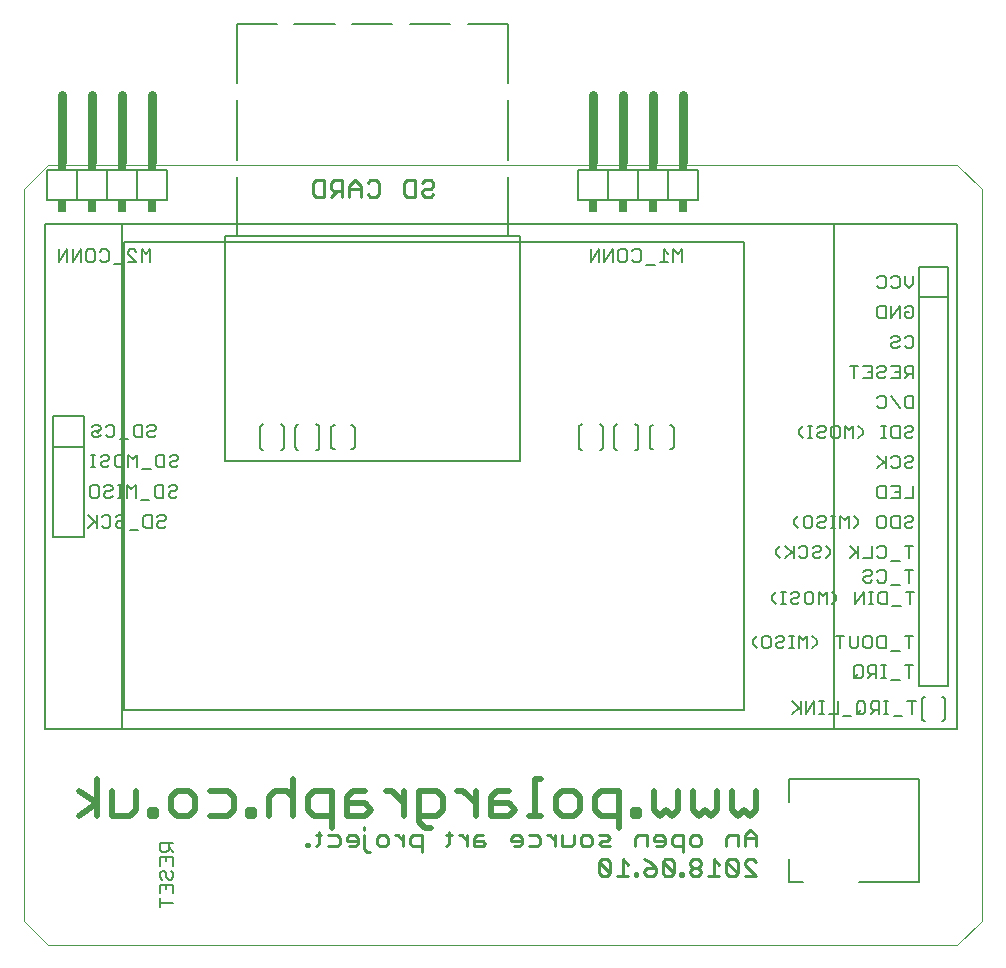
<source format=gbo>
G75*
%MOIN*%
%OFA0B0*%
%FSLAX25Y25*%
%IPPOS*%
%LPD*%
%AMOC8*
5,1,8,0,0,1.08239X$1,22.5*
%
%ADD10C,0.00000*%
%ADD11C,0.00800*%
%ADD12C,0.01000*%
%ADD13C,0.02100*%
%ADD14C,0.00600*%
%ADD15C,0.00500*%
%ADD16C,0.03000*%
%ADD17R,0.03000X0.02000*%
%ADD18R,0.03000X0.04000*%
D10*
X0001000Y0008874D02*
X0001000Y0252969D01*
X0008874Y0260843D01*
X0312024Y0260843D01*
X0320409Y0252969D01*
X0320409Y0008874D01*
X0312024Y0001000D01*
X0008874Y0001000D01*
X0001000Y0008874D01*
D11*
X0022416Y0140061D02*
X0024518Y0142163D01*
X0025218Y0141463D02*
X0022416Y0144265D01*
X0025218Y0144265D02*
X0025218Y0140061D01*
X0027020Y0140762D02*
X0027720Y0140061D01*
X0029122Y0140061D01*
X0029822Y0140762D01*
X0029822Y0143564D01*
X0029122Y0144265D01*
X0027720Y0144265D01*
X0027020Y0143564D01*
X0031624Y0143564D02*
X0032324Y0144265D01*
X0033725Y0144265D01*
X0034426Y0143564D01*
X0034426Y0142864D01*
X0033725Y0142163D01*
X0032324Y0142163D01*
X0031624Y0141463D01*
X0031624Y0140762D01*
X0032324Y0140061D01*
X0033725Y0140061D01*
X0034426Y0140762D01*
X0036228Y0139361D02*
X0039030Y0139361D01*
X0040831Y0140762D02*
X0040831Y0143564D01*
X0041532Y0144265D01*
X0043634Y0144265D01*
X0043634Y0140061D01*
X0041532Y0140061D01*
X0040831Y0140762D01*
X0045435Y0140762D02*
X0046136Y0140061D01*
X0047537Y0140061D01*
X0048238Y0140762D01*
X0047537Y0142163D02*
X0048238Y0142864D01*
X0048238Y0143564D01*
X0047537Y0144265D01*
X0046136Y0144265D01*
X0045435Y0143564D01*
X0046136Y0142163D02*
X0045435Y0141463D01*
X0045435Y0140762D01*
X0046136Y0142163D02*
X0047537Y0142163D01*
X0047413Y0150061D02*
X0045312Y0150061D01*
X0044611Y0150762D01*
X0044611Y0153564D01*
X0045312Y0154265D01*
X0047413Y0154265D01*
X0047413Y0150061D01*
X0049215Y0150762D02*
X0049916Y0150061D01*
X0051317Y0150061D01*
X0052017Y0150762D01*
X0051317Y0152163D02*
X0049916Y0152163D01*
X0049215Y0151463D01*
X0049215Y0150762D01*
X0051317Y0152163D02*
X0052017Y0152864D01*
X0052017Y0153564D01*
X0051317Y0154265D01*
X0049916Y0154265D01*
X0049215Y0153564D01*
X0050309Y0160219D02*
X0051710Y0160219D01*
X0052411Y0160919D01*
X0051710Y0162321D02*
X0050309Y0162321D01*
X0049609Y0161620D01*
X0049609Y0160919D01*
X0050309Y0160219D01*
X0047807Y0160219D02*
X0045705Y0160219D01*
X0045005Y0160919D01*
X0045005Y0163722D01*
X0045705Y0164422D01*
X0047807Y0164422D01*
X0047807Y0160219D01*
X0049609Y0163722D02*
X0050309Y0164422D01*
X0051710Y0164422D01*
X0052411Y0163722D01*
X0052411Y0163021D01*
X0051710Y0162321D01*
X0043203Y0159518D02*
X0040401Y0159518D01*
X0038599Y0160219D02*
X0038599Y0164422D01*
X0037198Y0163021D01*
X0035797Y0164422D01*
X0035797Y0160219D01*
X0033995Y0160919D02*
X0033295Y0160219D01*
X0031894Y0160219D01*
X0031193Y0160919D01*
X0031193Y0163722D01*
X0031894Y0164422D01*
X0033295Y0164422D01*
X0033995Y0163722D01*
X0033995Y0160919D01*
X0029391Y0160919D02*
X0028691Y0160219D01*
X0027290Y0160219D01*
X0026589Y0160919D01*
X0026589Y0161620D01*
X0027290Y0162321D01*
X0028691Y0162321D01*
X0029391Y0163021D01*
X0029391Y0163722D01*
X0028691Y0164422D01*
X0027290Y0164422D01*
X0026589Y0163722D01*
X0024787Y0164422D02*
X0023386Y0164422D01*
X0024087Y0164422D02*
X0024087Y0160219D01*
X0024787Y0160219D02*
X0023386Y0160219D01*
X0023827Y0154265D02*
X0023126Y0153564D01*
X0023126Y0150762D01*
X0023827Y0150061D01*
X0025228Y0150061D01*
X0025928Y0150762D01*
X0025928Y0153564D01*
X0025228Y0154265D01*
X0023827Y0154265D01*
X0027730Y0153564D02*
X0028431Y0154265D01*
X0029832Y0154265D01*
X0030532Y0153564D01*
X0030532Y0152864D01*
X0029832Y0152163D01*
X0028431Y0152163D01*
X0027730Y0151463D01*
X0027730Y0150762D01*
X0028431Y0150061D01*
X0029832Y0150061D01*
X0030532Y0150762D01*
X0032200Y0150061D02*
X0033602Y0150061D01*
X0032901Y0150061D02*
X0032901Y0154265D01*
X0033602Y0154265D02*
X0032200Y0154265D01*
X0035403Y0154265D02*
X0035403Y0150061D01*
X0038206Y0150061D02*
X0038206Y0154265D01*
X0036804Y0152864D01*
X0035403Y0154265D01*
X0040007Y0149361D02*
X0042809Y0149361D01*
X0035723Y0169518D02*
X0032920Y0169518D01*
X0031119Y0170919D02*
X0030418Y0170219D01*
X0029017Y0170219D01*
X0028317Y0170919D01*
X0026515Y0170919D02*
X0025814Y0170219D01*
X0024413Y0170219D01*
X0023713Y0170919D01*
X0023713Y0171620D01*
X0024413Y0172321D01*
X0025814Y0172321D01*
X0026515Y0173021D01*
X0026515Y0173722D01*
X0025814Y0174422D01*
X0024413Y0174422D01*
X0023713Y0173722D01*
X0028317Y0173722D02*
X0029017Y0174422D01*
X0030418Y0174422D01*
X0031119Y0173722D01*
X0031119Y0170919D01*
X0037524Y0170919D02*
X0037524Y0173722D01*
X0038225Y0174422D01*
X0040327Y0174422D01*
X0040327Y0170219D01*
X0038225Y0170219D01*
X0037524Y0170919D01*
X0042128Y0170919D02*
X0042829Y0170219D01*
X0044230Y0170219D01*
X0044931Y0170919D01*
X0044230Y0172321D02*
X0042829Y0172321D01*
X0042128Y0171620D01*
X0042128Y0170919D01*
X0044230Y0172321D02*
X0044931Y0173021D01*
X0044931Y0173722D01*
X0044230Y0174422D01*
X0042829Y0174422D01*
X0042128Y0173722D01*
X0079677Y0173541D02*
X0079677Y0167041D01*
X0079679Y0166981D01*
X0079684Y0166920D01*
X0079693Y0166861D01*
X0079706Y0166802D01*
X0079722Y0166743D01*
X0079742Y0166686D01*
X0079765Y0166631D01*
X0079792Y0166576D01*
X0079821Y0166524D01*
X0079854Y0166473D01*
X0079890Y0166424D01*
X0079928Y0166378D01*
X0079970Y0166334D01*
X0080014Y0166292D01*
X0080060Y0166254D01*
X0080109Y0166218D01*
X0080160Y0166185D01*
X0080212Y0166156D01*
X0080267Y0166129D01*
X0080322Y0166106D01*
X0080379Y0166086D01*
X0080438Y0166070D01*
X0080497Y0166057D01*
X0080556Y0166048D01*
X0080617Y0166043D01*
X0080677Y0166041D01*
X0086677Y0166041D02*
X0086737Y0166043D01*
X0086798Y0166048D01*
X0086857Y0166057D01*
X0086916Y0166070D01*
X0086975Y0166086D01*
X0087032Y0166106D01*
X0087087Y0166129D01*
X0087142Y0166156D01*
X0087194Y0166185D01*
X0087245Y0166218D01*
X0087294Y0166254D01*
X0087340Y0166292D01*
X0087384Y0166334D01*
X0087426Y0166378D01*
X0087464Y0166424D01*
X0087500Y0166473D01*
X0087533Y0166524D01*
X0087562Y0166576D01*
X0087589Y0166631D01*
X0087612Y0166686D01*
X0087632Y0166743D01*
X0087648Y0166802D01*
X0087661Y0166861D01*
X0087670Y0166920D01*
X0087675Y0166981D01*
X0087677Y0167041D01*
X0087677Y0173541D01*
X0087675Y0173601D01*
X0087670Y0173662D01*
X0087661Y0173721D01*
X0087648Y0173780D01*
X0087632Y0173839D01*
X0087612Y0173896D01*
X0087589Y0173951D01*
X0087562Y0174006D01*
X0087533Y0174058D01*
X0087500Y0174109D01*
X0087464Y0174158D01*
X0087426Y0174204D01*
X0087384Y0174248D01*
X0087340Y0174290D01*
X0087294Y0174328D01*
X0087245Y0174364D01*
X0087194Y0174397D01*
X0087142Y0174426D01*
X0087087Y0174453D01*
X0087032Y0174476D01*
X0086975Y0174496D01*
X0086916Y0174512D01*
X0086857Y0174525D01*
X0086798Y0174534D01*
X0086737Y0174539D01*
X0086677Y0174541D01*
X0080677Y0174541D02*
X0080617Y0174539D01*
X0080556Y0174534D01*
X0080497Y0174525D01*
X0080438Y0174512D01*
X0080379Y0174496D01*
X0080322Y0174476D01*
X0080267Y0174453D01*
X0080212Y0174426D01*
X0080160Y0174397D01*
X0080109Y0174364D01*
X0080060Y0174328D01*
X0080014Y0174290D01*
X0079970Y0174248D01*
X0079928Y0174204D01*
X0079890Y0174158D01*
X0079854Y0174109D01*
X0079821Y0174058D01*
X0079792Y0174006D01*
X0079765Y0173951D01*
X0079742Y0173896D01*
X0079722Y0173839D01*
X0079706Y0173780D01*
X0079693Y0173721D01*
X0079684Y0173662D01*
X0079679Y0173601D01*
X0079677Y0173541D01*
X0091488Y0173541D02*
X0091488Y0167041D01*
X0091490Y0166981D01*
X0091495Y0166920D01*
X0091504Y0166861D01*
X0091517Y0166802D01*
X0091533Y0166743D01*
X0091553Y0166686D01*
X0091576Y0166631D01*
X0091603Y0166576D01*
X0091632Y0166524D01*
X0091665Y0166473D01*
X0091701Y0166424D01*
X0091739Y0166378D01*
X0091781Y0166334D01*
X0091825Y0166292D01*
X0091871Y0166254D01*
X0091920Y0166218D01*
X0091971Y0166185D01*
X0092023Y0166156D01*
X0092078Y0166129D01*
X0092133Y0166106D01*
X0092190Y0166086D01*
X0092249Y0166070D01*
X0092308Y0166057D01*
X0092367Y0166048D01*
X0092428Y0166043D01*
X0092488Y0166041D01*
X0098488Y0166041D02*
X0098548Y0166043D01*
X0098609Y0166048D01*
X0098668Y0166057D01*
X0098727Y0166070D01*
X0098786Y0166086D01*
X0098843Y0166106D01*
X0098898Y0166129D01*
X0098953Y0166156D01*
X0099005Y0166185D01*
X0099056Y0166218D01*
X0099105Y0166254D01*
X0099151Y0166292D01*
X0099195Y0166334D01*
X0099237Y0166378D01*
X0099275Y0166424D01*
X0099311Y0166473D01*
X0099344Y0166524D01*
X0099373Y0166576D01*
X0099400Y0166631D01*
X0099423Y0166686D01*
X0099443Y0166743D01*
X0099459Y0166802D01*
X0099472Y0166861D01*
X0099481Y0166920D01*
X0099486Y0166981D01*
X0099488Y0167041D01*
X0099488Y0173541D01*
X0099486Y0173601D01*
X0099481Y0173662D01*
X0099472Y0173721D01*
X0099459Y0173780D01*
X0099443Y0173839D01*
X0099423Y0173896D01*
X0099400Y0173951D01*
X0099373Y0174006D01*
X0099344Y0174058D01*
X0099311Y0174109D01*
X0099275Y0174158D01*
X0099237Y0174204D01*
X0099195Y0174248D01*
X0099151Y0174290D01*
X0099105Y0174328D01*
X0099056Y0174364D01*
X0099005Y0174397D01*
X0098953Y0174426D01*
X0098898Y0174453D01*
X0098843Y0174476D01*
X0098786Y0174496D01*
X0098727Y0174512D01*
X0098668Y0174525D01*
X0098609Y0174534D01*
X0098548Y0174539D01*
X0098488Y0174541D01*
X0103362Y0173441D02*
X0103362Y0167142D01*
X0103361Y0167142D02*
X0103376Y0167081D01*
X0103394Y0167020D01*
X0103416Y0166961D01*
X0103441Y0166903D01*
X0103471Y0166848D01*
X0103503Y0166794D01*
X0103539Y0166742D01*
X0103578Y0166692D01*
X0103620Y0166645D01*
X0103665Y0166601D01*
X0103713Y0166560D01*
X0103763Y0166522D01*
X0103816Y0166487D01*
X0103870Y0166455D01*
X0103927Y0166427D01*
X0103985Y0166402D01*
X0104044Y0166381D01*
X0104105Y0166364D01*
X0104167Y0166351D01*
X0104229Y0166342D01*
X0104292Y0166336D01*
X0104355Y0166335D01*
X0104418Y0166338D01*
X0104481Y0166344D01*
X0104543Y0166354D01*
X0110055Y0166354D02*
X0110115Y0166344D01*
X0110175Y0166338D01*
X0110236Y0166335D01*
X0110296Y0166336D01*
X0110357Y0166340D01*
X0110417Y0166349D01*
X0110476Y0166360D01*
X0110535Y0166376D01*
X0110593Y0166395D01*
X0110649Y0166417D01*
X0110704Y0166443D01*
X0110757Y0166472D01*
X0110809Y0166504D01*
X0110858Y0166539D01*
X0110906Y0166577D01*
X0110950Y0166618D01*
X0110993Y0166661D01*
X0111032Y0166707D01*
X0111069Y0166755D01*
X0111103Y0166806D01*
X0111133Y0166858D01*
X0111161Y0166912D01*
X0111185Y0166968D01*
X0111206Y0167025D01*
X0111223Y0167083D01*
X0111237Y0167142D01*
X0111236Y0167142D02*
X0111236Y0173441D01*
X0111237Y0173441D02*
X0111223Y0173500D01*
X0111206Y0173558D01*
X0111185Y0173615D01*
X0111161Y0173671D01*
X0111133Y0173725D01*
X0111103Y0173777D01*
X0111069Y0173828D01*
X0111032Y0173876D01*
X0110993Y0173922D01*
X0110950Y0173965D01*
X0110906Y0174006D01*
X0110858Y0174044D01*
X0110809Y0174079D01*
X0110757Y0174111D01*
X0110704Y0174140D01*
X0110649Y0174166D01*
X0110593Y0174188D01*
X0110535Y0174207D01*
X0110476Y0174223D01*
X0110417Y0174234D01*
X0110357Y0174243D01*
X0110296Y0174247D01*
X0110236Y0174248D01*
X0110175Y0174245D01*
X0110115Y0174239D01*
X0110055Y0174229D01*
X0104543Y0174229D02*
X0104481Y0174239D01*
X0104418Y0174245D01*
X0104355Y0174248D01*
X0104292Y0174247D01*
X0104229Y0174241D01*
X0104167Y0174232D01*
X0104105Y0174219D01*
X0104044Y0174202D01*
X0103985Y0174181D01*
X0103927Y0174156D01*
X0103870Y0174128D01*
X0103816Y0174096D01*
X0103763Y0174061D01*
X0103713Y0174023D01*
X0103665Y0173982D01*
X0103620Y0173938D01*
X0103578Y0173891D01*
X0103539Y0173841D01*
X0103503Y0173789D01*
X0103471Y0173735D01*
X0103441Y0173680D01*
X0103416Y0173622D01*
X0103394Y0173563D01*
X0103376Y0173502D01*
X0103361Y0173441D01*
X0092488Y0174541D02*
X0092428Y0174539D01*
X0092367Y0174534D01*
X0092308Y0174525D01*
X0092249Y0174512D01*
X0092190Y0174496D01*
X0092133Y0174476D01*
X0092078Y0174453D01*
X0092023Y0174426D01*
X0091971Y0174397D01*
X0091920Y0174364D01*
X0091871Y0174328D01*
X0091825Y0174290D01*
X0091781Y0174248D01*
X0091739Y0174204D01*
X0091701Y0174158D01*
X0091665Y0174109D01*
X0091632Y0174058D01*
X0091603Y0174006D01*
X0091576Y0173951D01*
X0091553Y0173896D01*
X0091533Y0173839D01*
X0091517Y0173780D01*
X0091504Y0173721D01*
X0091495Y0173662D01*
X0091490Y0173601D01*
X0091488Y0173541D01*
X0043024Y0228624D02*
X0043024Y0232828D01*
X0041623Y0231427D01*
X0040222Y0232828D01*
X0040222Y0228624D01*
X0038420Y0228624D02*
X0035618Y0231427D01*
X0035618Y0232127D01*
X0036319Y0232828D01*
X0037720Y0232828D01*
X0038420Y0232127D01*
X0038420Y0228624D02*
X0035618Y0228624D01*
X0033817Y0227924D02*
X0031014Y0227924D01*
X0029213Y0229325D02*
X0028512Y0228624D01*
X0027111Y0228624D01*
X0026410Y0229325D01*
X0024609Y0229325D02*
X0023908Y0228624D01*
X0022507Y0228624D01*
X0021806Y0229325D01*
X0021806Y0232127D01*
X0022507Y0232828D01*
X0023908Y0232828D01*
X0024609Y0232127D01*
X0024609Y0229325D01*
X0026410Y0232127D02*
X0027111Y0232828D01*
X0028512Y0232828D01*
X0029213Y0232127D01*
X0029213Y0229325D01*
X0020005Y0228624D02*
X0020005Y0232828D01*
X0017202Y0228624D01*
X0017202Y0232828D01*
X0015401Y0232828D02*
X0012598Y0228624D01*
X0012598Y0232828D01*
X0015401Y0232828D02*
X0015401Y0228624D01*
X0185976Y0173541D02*
X0185976Y0167041D01*
X0185978Y0166981D01*
X0185983Y0166920D01*
X0185992Y0166861D01*
X0186005Y0166802D01*
X0186021Y0166743D01*
X0186041Y0166686D01*
X0186064Y0166631D01*
X0186091Y0166576D01*
X0186120Y0166524D01*
X0186153Y0166473D01*
X0186189Y0166424D01*
X0186227Y0166378D01*
X0186269Y0166334D01*
X0186313Y0166292D01*
X0186359Y0166254D01*
X0186408Y0166218D01*
X0186459Y0166185D01*
X0186511Y0166156D01*
X0186566Y0166129D01*
X0186621Y0166106D01*
X0186678Y0166086D01*
X0186737Y0166070D01*
X0186796Y0166057D01*
X0186855Y0166048D01*
X0186916Y0166043D01*
X0186976Y0166041D01*
X0192976Y0166041D02*
X0193036Y0166043D01*
X0193097Y0166048D01*
X0193156Y0166057D01*
X0193215Y0166070D01*
X0193274Y0166086D01*
X0193331Y0166106D01*
X0193386Y0166129D01*
X0193441Y0166156D01*
X0193493Y0166185D01*
X0193544Y0166218D01*
X0193593Y0166254D01*
X0193639Y0166292D01*
X0193683Y0166334D01*
X0193725Y0166378D01*
X0193763Y0166424D01*
X0193799Y0166473D01*
X0193832Y0166524D01*
X0193861Y0166576D01*
X0193888Y0166631D01*
X0193911Y0166686D01*
X0193931Y0166743D01*
X0193947Y0166802D01*
X0193960Y0166861D01*
X0193969Y0166920D01*
X0193974Y0166981D01*
X0193976Y0167041D01*
X0193976Y0173541D01*
X0193974Y0173601D01*
X0193969Y0173662D01*
X0193960Y0173721D01*
X0193947Y0173780D01*
X0193931Y0173839D01*
X0193911Y0173896D01*
X0193888Y0173951D01*
X0193861Y0174006D01*
X0193832Y0174058D01*
X0193799Y0174109D01*
X0193763Y0174158D01*
X0193725Y0174204D01*
X0193683Y0174248D01*
X0193639Y0174290D01*
X0193593Y0174328D01*
X0193544Y0174364D01*
X0193493Y0174397D01*
X0193441Y0174426D01*
X0193386Y0174453D01*
X0193331Y0174476D01*
X0193274Y0174496D01*
X0193215Y0174512D01*
X0193156Y0174525D01*
X0193097Y0174534D01*
X0193036Y0174539D01*
X0192976Y0174541D01*
X0197787Y0173541D02*
X0197787Y0167041D01*
X0197789Y0166981D01*
X0197794Y0166920D01*
X0197803Y0166861D01*
X0197816Y0166802D01*
X0197832Y0166743D01*
X0197852Y0166686D01*
X0197875Y0166631D01*
X0197902Y0166576D01*
X0197931Y0166524D01*
X0197964Y0166473D01*
X0198000Y0166424D01*
X0198038Y0166378D01*
X0198080Y0166334D01*
X0198124Y0166292D01*
X0198170Y0166254D01*
X0198219Y0166218D01*
X0198270Y0166185D01*
X0198322Y0166156D01*
X0198377Y0166129D01*
X0198432Y0166106D01*
X0198489Y0166086D01*
X0198548Y0166070D01*
X0198607Y0166057D01*
X0198666Y0166048D01*
X0198727Y0166043D01*
X0198787Y0166041D01*
X0204787Y0166041D02*
X0204847Y0166043D01*
X0204908Y0166048D01*
X0204967Y0166057D01*
X0205026Y0166070D01*
X0205085Y0166086D01*
X0205142Y0166106D01*
X0205197Y0166129D01*
X0205252Y0166156D01*
X0205304Y0166185D01*
X0205355Y0166218D01*
X0205404Y0166254D01*
X0205450Y0166292D01*
X0205494Y0166334D01*
X0205536Y0166378D01*
X0205574Y0166424D01*
X0205610Y0166473D01*
X0205643Y0166524D01*
X0205672Y0166576D01*
X0205699Y0166631D01*
X0205722Y0166686D01*
X0205742Y0166743D01*
X0205758Y0166802D01*
X0205771Y0166861D01*
X0205780Y0166920D01*
X0205785Y0166981D01*
X0205787Y0167041D01*
X0205787Y0173541D01*
X0205785Y0173601D01*
X0205780Y0173662D01*
X0205771Y0173721D01*
X0205758Y0173780D01*
X0205742Y0173839D01*
X0205722Y0173896D01*
X0205699Y0173951D01*
X0205672Y0174006D01*
X0205643Y0174058D01*
X0205610Y0174109D01*
X0205574Y0174158D01*
X0205536Y0174204D01*
X0205494Y0174248D01*
X0205450Y0174290D01*
X0205404Y0174328D01*
X0205355Y0174364D01*
X0205304Y0174397D01*
X0205252Y0174426D01*
X0205197Y0174453D01*
X0205142Y0174476D01*
X0205085Y0174496D01*
X0205026Y0174512D01*
X0204967Y0174525D01*
X0204908Y0174534D01*
X0204847Y0174539D01*
X0204787Y0174541D01*
X0209661Y0173441D02*
X0209661Y0167142D01*
X0209676Y0167081D01*
X0209694Y0167020D01*
X0209716Y0166961D01*
X0209741Y0166903D01*
X0209771Y0166848D01*
X0209803Y0166794D01*
X0209839Y0166742D01*
X0209878Y0166692D01*
X0209920Y0166645D01*
X0209965Y0166601D01*
X0210013Y0166560D01*
X0210063Y0166522D01*
X0210116Y0166487D01*
X0210170Y0166455D01*
X0210227Y0166427D01*
X0210285Y0166402D01*
X0210344Y0166381D01*
X0210405Y0166364D01*
X0210467Y0166351D01*
X0210529Y0166342D01*
X0210592Y0166336D01*
X0210655Y0166335D01*
X0210718Y0166338D01*
X0210781Y0166344D01*
X0210843Y0166354D01*
X0216354Y0166354D02*
X0216414Y0166344D01*
X0216474Y0166338D01*
X0216535Y0166335D01*
X0216595Y0166336D01*
X0216656Y0166340D01*
X0216716Y0166349D01*
X0216775Y0166360D01*
X0216834Y0166376D01*
X0216892Y0166395D01*
X0216948Y0166417D01*
X0217003Y0166443D01*
X0217056Y0166472D01*
X0217108Y0166504D01*
X0217157Y0166539D01*
X0217205Y0166577D01*
X0217249Y0166618D01*
X0217292Y0166661D01*
X0217331Y0166707D01*
X0217368Y0166755D01*
X0217402Y0166806D01*
X0217432Y0166858D01*
X0217460Y0166912D01*
X0217484Y0166968D01*
X0217505Y0167025D01*
X0217522Y0167083D01*
X0217536Y0167142D01*
X0217535Y0167142D02*
X0217535Y0173441D01*
X0217536Y0173441D02*
X0217522Y0173500D01*
X0217505Y0173558D01*
X0217484Y0173615D01*
X0217460Y0173671D01*
X0217432Y0173725D01*
X0217402Y0173777D01*
X0217368Y0173828D01*
X0217331Y0173876D01*
X0217292Y0173922D01*
X0217249Y0173965D01*
X0217205Y0174006D01*
X0217157Y0174044D01*
X0217108Y0174079D01*
X0217056Y0174111D01*
X0217003Y0174140D01*
X0216948Y0174166D01*
X0216892Y0174188D01*
X0216834Y0174207D01*
X0216775Y0174223D01*
X0216716Y0174234D01*
X0216656Y0174243D01*
X0216595Y0174247D01*
X0216535Y0174248D01*
X0216474Y0174245D01*
X0216414Y0174239D01*
X0216354Y0174229D01*
X0210843Y0174229D02*
X0210781Y0174239D01*
X0210718Y0174245D01*
X0210655Y0174248D01*
X0210592Y0174247D01*
X0210529Y0174241D01*
X0210467Y0174232D01*
X0210405Y0174219D01*
X0210344Y0174202D01*
X0210285Y0174181D01*
X0210227Y0174156D01*
X0210170Y0174128D01*
X0210116Y0174096D01*
X0210063Y0174061D01*
X0210013Y0174023D01*
X0209965Y0173982D01*
X0209920Y0173938D01*
X0209878Y0173891D01*
X0209839Y0173841D01*
X0209803Y0173789D01*
X0209771Y0173735D01*
X0209741Y0173680D01*
X0209716Y0173622D01*
X0209694Y0173563D01*
X0209676Y0173502D01*
X0209661Y0173441D01*
X0198787Y0174541D02*
X0198727Y0174539D01*
X0198666Y0174534D01*
X0198607Y0174525D01*
X0198548Y0174512D01*
X0198489Y0174496D01*
X0198432Y0174476D01*
X0198377Y0174453D01*
X0198322Y0174426D01*
X0198270Y0174397D01*
X0198219Y0174364D01*
X0198170Y0174328D01*
X0198124Y0174290D01*
X0198080Y0174248D01*
X0198038Y0174204D01*
X0198000Y0174158D01*
X0197964Y0174109D01*
X0197931Y0174058D01*
X0197902Y0174006D01*
X0197875Y0173951D01*
X0197852Y0173896D01*
X0197832Y0173839D01*
X0197816Y0173780D01*
X0197803Y0173721D01*
X0197794Y0173662D01*
X0197789Y0173601D01*
X0197787Y0173541D01*
X0186976Y0174541D02*
X0186916Y0174539D01*
X0186855Y0174534D01*
X0186796Y0174525D01*
X0186737Y0174512D01*
X0186678Y0174496D01*
X0186621Y0174476D01*
X0186566Y0174453D01*
X0186511Y0174426D01*
X0186459Y0174397D01*
X0186408Y0174364D01*
X0186359Y0174328D01*
X0186313Y0174290D01*
X0186269Y0174248D01*
X0186227Y0174204D01*
X0186189Y0174158D01*
X0186153Y0174109D01*
X0186120Y0174058D01*
X0186091Y0174006D01*
X0186064Y0173951D01*
X0186041Y0173896D01*
X0186021Y0173839D01*
X0186005Y0173780D01*
X0185992Y0173721D01*
X0185983Y0173662D01*
X0185978Y0173601D01*
X0185976Y0173541D01*
X0250404Y0117352D02*
X0251805Y0118753D01*
X0253473Y0118753D02*
X0254874Y0118753D01*
X0254174Y0118753D02*
X0254174Y0114550D01*
X0254874Y0114550D02*
X0253473Y0114550D01*
X0251805Y0114550D02*
X0250404Y0115951D01*
X0250404Y0117352D01*
X0256676Y0118053D02*
X0257376Y0118753D01*
X0258777Y0118753D01*
X0259478Y0118053D01*
X0259478Y0117352D01*
X0258777Y0116651D01*
X0257376Y0116651D01*
X0256676Y0115951D01*
X0256676Y0115250D01*
X0257376Y0114550D01*
X0258777Y0114550D01*
X0259478Y0115250D01*
X0261280Y0115250D02*
X0261280Y0118053D01*
X0261980Y0118753D01*
X0263381Y0118753D01*
X0264082Y0118053D01*
X0264082Y0115250D01*
X0263381Y0114550D01*
X0261980Y0114550D01*
X0261280Y0115250D01*
X0265884Y0114550D02*
X0265884Y0118753D01*
X0267285Y0117352D01*
X0268686Y0118753D01*
X0268686Y0114550D01*
X0270354Y0114550D02*
X0271755Y0115951D01*
X0271755Y0117352D01*
X0270354Y0118753D01*
X0278161Y0118753D02*
X0278161Y0114550D01*
X0280963Y0118753D01*
X0280963Y0114550D01*
X0282631Y0114550D02*
X0284032Y0114550D01*
X0283332Y0114550D02*
X0283332Y0118753D01*
X0284032Y0118753D02*
X0282631Y0118753D01*
X0282938Y0121794D02*
X0281537Y0121794D01*
X0280836Y0122494D01*
X0280836Y0123195D01*
X0281537Y0123895D01*
X0282938Y0123895D01*
X0283639Y0124596D01*
X0283639Y0125297D01*
X0282938Y0125997D01*
X0281537Y0125997D01*
X0280836Y0125297D01*
X0283639Y0122494D02*
X0282938Y0121794D01*
X0285440Y0122494D02*
X0286141Y0121794D01*
X0287542Y0121794D01*
X0288243Y0122494D01*
X0288243Y0125297D01*
X0287542Y0125997D01*
X0286141Y0125997D01*
X0285440Y0125297D01*
X0286141Y0129825D02*
X0285440Y0130526D01*
X0286141Y0129825D02*
X0287542Y0129825D01*
X0288243Y0130526D01*
X0288243Y0133328D01*
X0287542Y0134029D01*
X0286141Y0134029D01*
X0285440Y0133328D01*
X0283639Y0134029D02*
X0283639Y0129825D01*
X0280836Y0129825D01*
X0279035Y0129825D02*
X0279035Y0134029D01*
X0278334Y0131927D02*
X0276232Y0129825D01*
X0279035Y0131226D02*
X0276232Y0134029D01*
X0275965Y0139825D02*
X0275965Y0144029D01*
X0274564Y0142628D01*
X0273163Y0144029D01*
X0273163Y0139825D01*
X0271361Y0139825D02*
X0269960Y0139825D01*
X0270661Y0139825D02*
X0270661Y0144029D01*
X0271361Y0144029D02*
X0269960Y0144029D01*
X0268292Y0143328D02*
X0268292Y0142628D01*
X0267592Y0141927D01*
X0266190Y0141927D01*
X0265490Y0141226D01*
X0265490Y0140526D01*
X0266190Y0139825D01*
X0267592Y0139825D01*
X0268292Y0140526D01*
X0268292Y0143328D02*
X0267592Y0144029D01*
X0266190Y0144029D01*
X0265490Y0143328D01*
X0263688Y0143328D02*
X0263688Y0140526D01*
X0262988Y0139825D01*
X0261586Y0139825D01*
X0260886Y0140526D01*
X0260886Y0143328D01*
X0261586Y0144029D01*
X0262988Y0144029D01*
X0263688Y0143328D01*
X0259084Y0144029D02*
X0257683Y0142628D01*
X0257683Y0141226D01*
X0259084Y0139825D01*
X0260052Y0134029D02*
X0261453Y0134029D01*
X0262154Y0133328D01*
X0262154Y0130526D01*
X0261453Y0129825D01*
X0260052Y0129825D01*
X0259351Y0130526D01*
X0257550Y0131226D02*
X0254747Y0134029D01*
X0252946Y0134029D02*
X0251545Y0132628D01*
X0251545Y0131226D01*
X0252946Y0129825D01*
X0254747Y0129825D02*
X0256849Y0131927D01*
X0257550Y0134029D02*
X0257550Y0129825D01*
X0259351Y0133328D02*
X0260052Y0134029D01*
X0263955Y0133328D02*
X0264656Y0134029D01*
X0266057Y0134029D01*
X0266758Y0133328D01*
X0266758Y0132628D01*
X0266057Y0131927D01*
X0264656Y0131927D01*
X0263955Y0131226D01*
X0263955Y0130526D01*
X0264656Y0129825D01*
X0266057Y0129825D01*
X0266758Y0130526D01*
X0268426Y0129825D02*
X0269827Y0131226D01*
X0269827Y0132628D01*
X0268426Y0134029D01*
X0277634Y0139825D02*
X0279035Y0141226D01*
X0279035Y0142628D01*
X0277634Y0144029D01*
X0285440Y0143328D02*
X0285440Y0140526D01*
X0286141Y0139825D01*
X0287542Y0139825D01*
X0288243Y0140526D01*
X0288243Y0143328D01*
X0287542Y0144029D01*
X0286141Y0144029D01*
X0285440Y0143328D01*
X0290044Y0143328D02*
X0290044Y0140526D01*
X0290745Y0139825D01*
X0292846Y0139825D01*
X0292846Y0144029D01*
X0290745Y0144029D01*
X0290044Y0143328D01*
X0294648Y0143328D02*
X0295349Y0144029D01*
X0296750Y0144029D01*
X0297450Y0143328D01*
X0297450Y0142628D01*
X0296750Y0141927D01*
X0295349Y0141927D01*
X0294648Y0141226D01*
X0294648Y0140526D01*
X0295349Y0139825D01*
X0296750Y0139825D01*
X0297450Y0140526D01*
X0297450Y0134029D02*
X0294648Y0134029D01*
X0296049Y0134029D02*
X0296049Y0129825D01*
X0292846Y0129125D02*
X0290044Y0129125D01*
X0294648Y0125997D02*
X0297450Y0125997D01*
X0296049Y0125997D02*
X0296049Y0121794D01*
X0296443Y0118753D02*
X0296443Y0114550D01*
X0293240Y0113849D02*
X0290438Y0113849D01*
X0288636Y0114550D02*
X0286534Y0114550D01*
X0285834Y0115250D01*
X0285834Y0118053D01*
X0286534Y0118753D01*
X0288636Y0118753D01*
X0288636Y0114550D01*
X0290044Y0121093D02*
X0292846Y0121093D01*
X0295042Y0118753D02*
X0297844Y0118753D01*
X0297450Y0104029D02*
X0294648Y0104029D01*
X0296049Y0104029D02*
X0296049Y0099825D01*
X0292846Y0099125D02*
X0290044Y0099125D01*
X0288243Y0099825D02*
X0288243Y0104029D01*
X0286141Y0104029D01*
X0285440Y0103328D01*
X0285440Y0100526D01*
X0286141Y0099825D01*
X0288243Y0099825D01*
X0283639Y0100526D02*
X0283639Y0103328D01*
X0282938Y0104029D01*
X0281537Y0104029D01*
X0280836Y0103328D01*
X0280836Y0100526D01*
X0281537Y0099825D01*
X0282938Y0099825D01*
X0283639Y0100526D01*
X0279035Y0100526D02*
X0278334Y0099825D01*
X0276933Y0099825D01*
X0276232Y0100526D01*
X0276232Y0104029D01*
X0274431Y0104029D02*
X0271628Y0104029D01*
X0273030Y0104029D02*
X0273030Y0099825D01*
X0279035Y0100526D02*
X0279035Y0104029D01*
X0278468Y0094186D02*
X0277767Y0093486D01*
X0277767Y0090683D01*
X0278468Y0089983D01*
X0279869Y0089983D01*
X0280569Y0090683D01*
X0280569Y0093486D01*
X0279869Y0094186D01*
X0278468Y0094186D01*
X0279168Y0091384D02*
X0277767Y0089983D01*
X0282371Y0089983D02*
X0283772Y0091384D01*
X0283071Y0091384D02*
X0285173Y0091384D01*
X0285173Y0089983D02*
X0285173Y0094186D01*
X0283071Y0094186D01*
X0282371Y0093486D01*
X0282371Y0092084D01*
X0283071Y0091384D01*
X0286841Y0089983D02*
X0288243Y0089983D01*
X0287542Y0089983D02*
X0287542Y0094186D01*
X0288243Y0094186D02*
X0286841Y0094186D01*
X0290044Y0089282D02*
X0292846Y0089282D01*
X0296049Y0089983D02*
X0296049Y0094186D01*
X0297450Y0094186D02*
X0294648Y0094186D01*
X0295467Y0082174D02*
X0298269Y0082174D01*
X0296868Y0082174D02*
X0296868Y0077971D01*
X0293665Y0077270D02*
X0290863Y0077270D01*
X0289061Y0077971D02*
X0287660Y0077971D01*
X0288361Y0077971D02*
X0288361Y0082174D01*
X0289061Y0082174D02*
X0287660Y0082174D01*
X0285992Y0082174D02*
X0285992Y0077971D01*
X0285992Y0079372D02*
X0283890Y0079372D01*
X0283190Y0080073D01*
X0283190Y0081474D01*
X0283890Y0082174D01*
X0285992Y0082174D01*
X0284591Y0079372D02*
X0283190Y0077971D01*
X0281388Y0078671D02*
X0281388Y0081474D01*
X0280688Y0082174D01*
X0279286Y0082174D01*
X0278586Y0081474D01*
X0278586Y0078671D01*
X0279286Y0077971D01*
X0280688Y0077971D01*
X0281388Y0078671D01*
X0279987Y0079372D02*
X0278586Y0077971D01*
X0276784Y0077270D02*
X0273982Y0077270D01*
X0272180Y0077971D02*
X0269378Y0077971D01*
X0267576Y0077971D02*
X0266175Y0077971D01*
X0266876Y0077971D02*
X0266876Y0082174D01*
X0267576Y0082174D02*
X0266175Y0082174D01*
X0264507Y0082174D02*
X0261705Y0077971D01*
X0261705Y0082174D01*
X0259903Y0082174D02*
X0259903Y0077971D01*
X0259903Y0079372D02*
X0257101Y0082174D01*
X0259203Y0080073D02*
X0257101Y0077971D01*
X0264507Y0077971D02*
X0264507Y0082174D01*
X0272180Y0082174D02*
X0272180Y0077971D01*
X0263822Y0099825D02*
X0265223Y0101226D01*
X0265223Y0102628D01*
X0263822Y0104029D01*
X0262154Y0104029D02*
X0262154Y0099825D01*
X0259351Y0099825D02*
X0259351Y0104029D01*
X0260752Y0102628D01*
X0262154Y0104029D01*
X0257550Y0104029D02*
X0256149Y0104029D01*
X0256849Y0104029D02*
X0256849Y0099825D01*
X0256149Y0099825D02*
X0257550Y0099825D01*
X0254480Y0100526D02*
X0253780Y0099825D01*
X0252379Y0099825D01*
X0251678Y0100526D01*
X0251678Y0101226D01*
X0252379Y0101927D01*
X0253780Y0101927D01*
X0254480Y0102628D01*
X0254480Y0103328D01*
X0253780Y0104029D01*
X0252379Y0104029D01*
X0251678Y0103328D01*
X0249877Y0103328D02*
X0249877Y0100526D01*
X0249176Y0099825D01*
X0247775Y0099825D01*
X0247074Y0100526D01*
X0247074Y0103328D01*
X0247775Y0104029D01*
X0249176Y0104029D01*
X0249877Y0103328D01*
X0245273Y0104029D02*
X0243871Y0102628D01*
X0243871Y0101226D01*
X0245273Y0099825D01*
X0255887Y0056306D02*
X0255887Y0048638D01*
X0255887Y0056306D02*
X0299213Y0056306D01*
X0299213Y0022072D01*
X0279346Y0022072D01*
X0260843Y0022072D02*
X0255887Y0022072D01*
X0255887Y0029740D01*
X0300213Y0076591D02*
X0300213Y0082890D01*
X0300212Y0082890D02*
X0300227Y0082951D01*
X0300245Y0083012D01*
X0300267Y0083071D01*
X0300292Y0083129D01*
X0300322Y0083184D01*
X0300354Y0083238D01*
X0300390Y0083290D01*
X0300429Y0083340D01*
X0300471Y0083387D01*
X0300516Y0083431D01*
X0300564Y0083472D01*
X0300614Y0083510D01*
X0300667Y0083545D01*
X0300721Y0083577D01*
X0300778Y0083605D01*
X0300836Y0083630D01*
X0300895Y0083651D01*
X0300956Y0083668D01*
X0301018Y0083681D01*
X0301080Y0083690D01*
X0301143Y0083696D01*
X0301206Y0083697D01*
X0301269Y0083694D01*
X0301332Y0083688D01*
X0301394Y0083678D01*
X0306905Y0083678D02*
X0306965Y0083688D01*
X0307025Y0083694D01*
X0307086Y0083697D01*
X0307146Y0083696D01*
X0307207Y0083692D01*
X0307267Y0083683D01*
X0307326Y0083672D01*
X0307385Y0083656D01*
X0307443Y0083637D01*
X0307499Y0083615D01*
X0307554Y0083589D01*
X0307607Y0083560D01*
X0307659Y0083528D01*
X0307708Y0083493D01*
X0307756Y0083455D01*
X0307800Y0083414D01*
X0307843Y0083371D01*
X0307882Y0083325D01*
X0307919Y0083277D01*
X0307953Y0083226D01*
X0307983Y0083174D01*
X0308011Y0083120D01*
X0308035Y0083064D01*
X0308056Y0083007D01*
X0308073Y0082949D01*
X0308087Y0082890D01*
X0308087Y0076591D01*
X0308087Y0076590D02*
X0308073Y0076531D01*
X0308056Y0076473D01*
X0308035Y0076416D01*
X0308011Y0076360D01*
X0307983Y0076306D01*
X0307953Y0076254D01*
X0307919Y0076203D01*
X0307882Y0076155D01*
X0307843Y0076109D01*
X0307800Y0076066D01*
X0307756Y0076025D01*
X0307708Y0075987D01*
X0307659Y0075952D01*
X0307607Y0075920D01*
X0307554Y0075891D01*
X0307499Y0075865D01*
X0307443Y0075843D01*
X0307385Y0075824D01*
X0307326Y0075808D01*
X0307267Y0075797D01*
X0307207Y0075788D01*
X0307146Y0075784D01*
X0307086Y0075783D01*
X0307025Y0075786D01*
X0306965Y0075792D01*
X0306905Y0075802D01*
X0301394Y0075802D02*
X0301332Y0075792D01*
X0301269Y0075786D01*
X0301206Y0075783D01*
X0301143Y0075784D01*
X0301080Y0075790D01*
X0301018Y0075799D01*
X0300956Y0075812D01*
X0300895Y0075829D01*
X0300836Y0075850D01*
X0300778Y0075875D01*
X0300721Y0075903D01*
X0300667Y0075935D01*
X0300614Y0075970D01*
X0300564Y0076008D01*
X0300516Y0076049D01*
X0300471Y0076093D01*
X0300429Y0076140D01*
X0300390Y0076190D01*
X0300354Y0076242D01*
X0300322Y0076296D01*
X0300292Y0076351D01*
X0300267Y0076409D01*
X0300245Y0076468D01*
X0300227Y0076529D01*
X0300212Y0076590D01*
X0297450Y0149825D02*
X0294648Y0149825D01*
X0292846Y0149825D02*
X0290044Y0149825D01*
X0288243Y0149825D02*
X0288243Y0154029D01*
X0286141Y0154029D01*
X0285440Y0153328D01*
X0285440Y0150526D01*
X0286141Y0149825D01*
X0288243Y0149825D01*
X0291445Y0151927D02*
X0292846Y0151927D01*
X0292846Y0154029D02*
X0292846Y0149825D01*
X0292846Y0154029D02*
X0290044Y0154029D01*
X0290745Y0159825D02*
X0290044Y0160526D01*
X0290745Y0159825D02*
X0292146Y0159825D01*
X0292846Y0160526D01*
X0292846Y0163328D01*
X0292146Y0164029D01*
X0290745Y0164029D01*
X0290044Y0163328D01*
X0288243Y0164029D02*
X0288243Y0159825D01*
X0288243Y0161226D02*
X0285440Y0164029D01*
X0287542Y0161927D02*
X0285440Y0159825D01*
X0294648Y0160526D02*
X0295349Y0159825D01*
X0296750Y0159825D01*
X0297450Y0160526D01*
X0296750Y0161927D02*
X0295349Y0161927D01*
X0294648Y0161226D01*
X0294648Y0160526D01*
X0296750Y0161927D02*
X0297450Y0162628D01*
X0297450Y0163328D01*
X0296750Y0164029D01*
X0295349Y0164029D01*
X0294648Y0163328D01*
X0295349Y0169825D02*
X0296750Y0169825D01*
X0297450Y0170526D01*
X0296750Y0171927D02*
X0295349Y0171927D01*
X0294648Y0171226D01*
X0294648Y0170526D01*
X0295349Y0169825D01*
X0292846Y0169825D02*
X0290745Y0169825D01*
X0290044Y0170526D01*
X0290044Y0173328D01*
X0290745Y0174029D01*
X0292846Y0174029D01*
X0292846Y0169825D01*
X0296750Y0171927D02*
X0297450Y0172628D01*
X0297450Y0173328D01*
X0296750Y0174029D01*
X0295349Y0174029D01*
X0294648Y0173328D01*
X0288243Y0174029D02*
X0286841Y0174029D01*
X0287542Y0174029D02*
X0287542Y0169825D01*
X0288243Y0169825D02*
X0286841Y0169825D01*
X0280569Y0171226D02*
X0280569Y0172628D01*
X0279168Y0174029D01*
X0277500Y0174029D02*
X0276099Y0172628D01*
X0274698Y0174029D01*
X0274698Y0169825D01*
X0272896Y0170526D02*
X0272196Y0169825D01*
X0270794Y0169825D01*
X0270094Y0170526D01*
X0270094Y0173328D01*
X0270794Y0174029D01*
X0272196Y0174029D01*
X0272896Y0173328D01*
X0272896Y0170526D01*
X0268292Y0170526D02*
X0267592Y0169825D01*
X0266190Y0169825D01*
X0265490Y0170526D01*
X0265490Y0171226D01*
X0266190Y0171927D01*
X0267592Y0171927D01*
X0268292Y0172628D01*
X0268292Y0173328D01*
X0267592Y0174029D01*
X0266190Y0174029D01*
X0265490Y0173328D01*
X0263688Y0174029D02*
X0262287Y0174029D01*
X0262988Y0174029D02*
X0262988Y0169825D01*
X0263688Y0169825D02*
X0262287Y0169825D01*
X0260619Y0169825D02*
X0259218Y0171226D01*
X0259218Y0172628D01*
X0260619Y0174029D01*
X0277500Y0174029D02*
X0277500Y0169825D01*
X0279168Y0169825D02*
X0280569Y0171226D01*
X0286141Y0179825D02*
X0285440Y0180526D01*
X0286141Y0179825D02*
X0287542Y0179825D01*
X0288243Y0180526D01*
X0288243Y0183328D01*
X0287542Y0184029D01*
X0286141Y0184029D01*
X0285440Y0183328D01*
X0290044Y0184029D02*
X0292846Y0179825D01*
X0294648Y0180526D02*
X0294648Y0183328D01*
X0295349Y0184029D01*
X0297450Y0184029D01*
X0297450Y0179825D01*
X0295349Y0179825D01*
X0294648Y0180526D01*
X0294648Y0189825D02*
X0296049Y0191226D01*
X0295349Y0191226D02*
X0297450Y0191226D01*
X0297450Y0189825D02*
X0297450Y0194029D01*
X0295349Y0194029D01*
X0294648Y0193328D01*
X0294648Y0191927D01*
X0295349Y0191226D01*
X0292846Y0191927D02*
X0291445Y0191927D01*
X0290044Y0194029D02*
X0292846Y0194029D01*
X0292846Y0189825D01*
X0290044Y0189825D01*
X0288243Y0190526D02*
X0287542Y0189825D01*
X0286141Y0189825D01*
X0285440Y0190526D01*
X0285440Y0191226D01*
X0286141Y0191927D01*
X0287542Y0191927D01*
X0288243Y0192628D01*
X0288243Y0193328D01*
X0287542Y0194029D01*
X0286141Y0194029D01*
X0285440Y0193328D01*
X0283639Y0194029D02*
X0283639Y0189825D01*
X0280836Y0189825D01*
X0282237Y0191927D02*
X0283639Y0191927D01*
X0283639Y0194029D02*
X0280836Y0194029D01*
X0279035Y0194029D02*
X0276232Y0194029D01*
X0277634Y0194029D02*
X0277634Y0189825D01*
X0290044Y0200526D02*
X0290044Y0201226D01*
X0290745Y0201927D01*
X0292146Y0201927D01*
X0292846Y0202628D01*
X0292846Y0203328D01*
X0292146Y0204029D01*
X0290745Y0204029D01*
X0290044Y0203328D01*
X0290044Y0200526D02*
X0290745Y0199825D01*
X0292146Y0199825D01*
X0292846Y0200526D01*
X0294648Y0200526D02*
X0295349Y0199825D01*
X0296750Y0199825D01*
X0297450Y0200526D01*
X0297450Y0203328D01*
X0296750Y0204029D01*
X0295349Y0204029D01*
X0294648Y0203328D01*
X0295349Y0209825D02*
X0294648Y0210526D01*
X0294648Y0211927D01*
X0296049Y0211927D01*
X0294648Y0213328D02*
X0295349Y0214029D01*
X0296750Y0214029D01*
X0297450Y0213328D01*
X0297450Y0210526D01*
X0296750Y0209825D01*
X0295349Y0209825D01*
X0292846Y0209825D02*
X0292846Y0214029D01*
X0290044Y0209825D01*
X0290044Y0214029D01*
X0288243Y0214029D02*
X0286141Y0214029D01*
X0285440Y0213328D01*
X0285440Y0210526D01*
X0286141Y0209825D01*
X0288243Y0209825D01*
X0288243Y0214029D01*
X0287542Y0219825D02*
X0286141Y0219825D01*
X0285440Y0220526D01*
X0287542Y0219825D02*
X0288243Y0220526D01*
X0288243Y0223328D01*
X0287542Y0224029D01*
X0286141Y0224029D01*
X0285440Y0223328D01*
X0290044Y0223328D02*
X0290745Y0224029D01*
X0292146Y0224029D01*
X0292846Y0223328D01*
X0292846Y0220526D01*
X0292146Y0219825D01*
X0290745Y0219825D01*
X0290044Y0220526D01*
X0294648Y0221226D02*
X0294648Y0224029D01*
X0297450Y0224029D02*
X0297450Y0221226D01*
X0296049Y0219825D01*
X0294648Y0221226D01*
X0297450Y0154029D02*
X0297450Y0149825D01*
D12*
X0243120Y0039446D02*
X0241252Y0037577D01*
X0241252Y0033841D01*
X0238911Y0033841D02*
X0238911Y0037577D01*
X0236109Y0037577D01*
X0235174Y0036643D01*
X0235174Y0033841D01*
X0236109Y0029546D02*
X0235174Y0028612D01*
X0238911Y0024875D01*
X0237977Y0023941D01*
X0236109Y0023941D01*
X0235174Y0024875D01*
X0235174Y0028612D01*
X0236109Y0029546D02*
X0237977Y0029546D01*
X0238911Y0028612D01*
X0238911Y0024875D01*
X0241252Y0023941D02*
X0244988Y0023941D01*
X0241252Y0027677D01*
X0241252Y0028612D01*
X0242186Y0029546D01*
X0244054Y0029546D01*
X0244988Y0028612D01*
X0244988Y0033841D02*
X0244988Y0037577D01*
X0243120Y0039446D01*
X0244988Y0036643D02*
X0241252Y0036643D01*
X0232834Y0027677D02*
X0230966Y0029546D01*
X0230966Y0023941D01*
X0232834Y0023941D02*
X0229097Y0023941D01*
X0226757Y0024875D02*
X0226757Y0025809D01*
X0225822Y0026743D01*
X0223954Y0026743D01*
X0223020Y0025809D01*
X0223020Y0024875D01*
X0223954Y0023941D01*
X0225822Y0023941D01*
X0226757Y0024875D01*
X0225822Y0026743D02*
X0226757Y0027677D01*
X0226757Y0028612D01*
X0225822Y0029546D01*
X0223954Y0029546D01*
X0223020Y0028612D01*
X0223020Y0027677D01*
X0223954Y0026743D01*
X0220679Y0024875D02*
X0220679Y0023941D01*
X0219745Y0023941D01*
X0219745Y0024875D01*
X0220679Y0024875D01*
X0217641Y0024875D02*
X0216707Y0023941D01*
X0214838Y0023941D01*
X0213904Y0024875D01*
X0213904Y0028612D01*
X0217641Y0024875D01*
X0217641Y0028612D01*
X0216707Y0029546D01*
X0214838Y0029546D01*
X0213904Y0028612D01*
X0211564Y0026743D02*
X0208761Y0026743D01*
X0207827Y0025809D01*
X0207827Y0024875D01*
X0208761Y0023941D01*
X0210630Y0023941D01*
X0211564Y0024875D01*
X0211564Y0026743D01*
X0209695Y0028612D01*
X0207827Y0029546D01*
X0208525Y0033841D02*
X0208525Y0037577D01*
X0205723Y0037577D01*
X0204789Y0036643D01*
X0204789Y0033841D01*
X0200580Y0029546D02*
X0200580Y0023941D01*
X0202448Y0023941D02*
X0198711Y0023941D01*
X0196371Y0024875D02*
X0192634Y0028612D01*
X0192634Y0024875D01*
X0193568Y0023941D01*
X0195437Y0023941D01*
X0196371Y0024875D01*
X0196371Y0028612D01*
X0195437Y0029546D01*
X0193568Y0029546D01*
X0192634Y0028612D01*
X0193568Y0033841D02*
X0192634Y0034775D01*
X0193568Y0035709D01*
X0195437Y0035709D01*
X0196371Y0036643D01*
X0195437Y0037577D01*
X0192634Y0037577D01*
X0190293Y0036643D02*
X0190293Y0034775D01*
X0189359Y0033841D01*
X0187491Y0033841D01*
X0186557Y0034775D01*
X0186557Y0036643D01*
X0187491Y0037577D01*
X0189359Y0037577D01*
X0190293Y0036643D01*
X0193568Y0033841D02*
X0196371Y0033841D01*
X0200580Y0029546D02*
X0202448Y0027677D01*
X0204552Y0024875D02*
X0204552Y0023941D01*
X0205486Y0023941D01*
X0205486Y0024875D01*
X0204552Y0024875D01*
X0211800Y0033841D02*
X0213668Y0033841D01*
X0214602Y0034775D01*
X0214602Y0036643D01*
X0213668Y0037577D01*
X0211800Y0037577D01*
X0210866Y0036643D01*
X0210866Y0035709D01*
X0214602Y0035709D01*
X0216943Y0034775D02*
X0217877Y0033841D01*
X0220679Y0033841D01*
X0220679Y0031973D02*
X0220679Y0037577D01*
X0217877Y0037577D01*
X0216943Y0036643D01*
X0216943Y0034775D01*
X0223020Y0034775D02*
X0223954Y0033841D01*
X0225822Y0033841D01*
X0226757Y0034775D01*
X0226757Y0036643D01*
X0225822Y0037577D01*
X0223954Y0037577D01*
X0223020Y0036643D01*
X0223020Y0034775D01*
X0184216Y0034775D02*
X0183282Y0033841D01*
X0180480Y0033841D01*
X0180480Y0037577D01*
X0178139Y0037577D02*
X0178139Y0033841D01*
X0178139Y0035709D02*
X0176271Y0037577D01*
X0175337Y0037577D01*
X0173075Y0036643D02*
X0173075Y0034775D01*
X0172141Y0033841D01*
X0169338Y0033841D01*
X0166998Y0034775D02*
X0166998Y0036643D01*
X0166063Y0037577D01*
X0164195Y0037577D01*
X0163261Y0036643D01*
X0163261Y0035709D01*
X0166998Y0035709D01*
X0166998Y0034775D02*
X0166063Y0033841D01*
X0164195Y0033841D01*
X0169338Y0037577D02*
X0172141Y0037577D01*
X0173075Y0036643D01*
X0184216Y0037577D02*
X0184216Y0034775D01*
X0154843Y0034775D02*
X0153909Y0035709D01*
X0151107Y0035709D01*
X0151107Y0036643D02*
X0151107Y0033841D01*
X0153909Y0033841D01*
X0154843Y0034775D01*
X0153909Y0037577D02*
X0152041Y0037577D01*
X0151107Y0036643D01*
X0148766Y0035709D02*
X0146898Y0037577D01*
X0145964Y0037577D01*
X0143702Y0037577D02*
X0141833Y0037577D01*
X0142768Y0038512D02*
X0142768Y0034775D01*
X0141833Y0033841D01*
X0148766Y0033841D02*
X0148766Y0037577D01*
X0133573Y0037577D02*
X0133573Y0031973D01*
X0133573Y0033841D02*
X0130771Y0033841D01*
X0129837Y0034775D01*
X0129837Y0036643D01*
X0130771Y0037577D01*
X0133573Y0037577D01*
X0127496Y0037577D02*
X0127496Y0033841D01*
X0127496Y0035709D02*
X0125628Y0037577D01*
X0124693Y0037577D01*
X0122432Y0036643D02*
X0122432Y0034775D01*
X0121497Y0033841D01*
X0119629Y0033841D01*
X0118695Y0034775D01*
X0118695Y0036643D01*
X0119629Y0037577D01*
X0121497Y0037577D01*
X0122432Y0036643D01*
X0116354Y0031973D02*
X0115420Y0031973D01*
X0114486Y0032907D01*
X0114486Y0037577D01*
X0114486Y0039446D02*
X0114486Y0040380D01*
X0111369Y0037577D02*
X0109501Y0037577D01*
X0108566Y0036643D01*
X0108566Y0035709D01*
X0112303Y0035709D01*
X0112303Y0034775D02*
X0112303Y0036643D01*
X0111369Y0037577D01*
X0112303Y0034775D02*
X0111369Y0033841D01*
X0109501Y0033841D01*
X0106226Y0034775D02*
X0105292Y0033841D01*
X0102489Y0033841D01*
X0099214Y0034775D02*
X0098280Y0033841D01*
X0099214Y0034775D02*
X0099214Y0038512D01*
X0098280Y0037577D02*
X0100149Y0037577D01*
X0102489Y0037577D02*
X0105292Y0037577D01*
X0106226Y0036643D01*
X0106226Y0034775D01*
X0096097Y0034775D02*
X0096097Y0033841D01*
X0095163Y0033841D01*
X0095163Y0034775D01*
X0096097Y0034775D01*
X0025409Y0171866D02*
X0025803Y0172260D01*
X0098242Y0250319D02*
X0097308Y0251253D01*
X0097308Y0254990D01*
X0098242Y0255924D01*
X0101045Y0255924D01*
X0101045Y0250319D01*
X0098242Y0250319D01*
X0103385Y0250319D02*
X0105254Y0252187D01*
X0104320Y0252187D02*
X0107122Y0252187D01*
X0107122Y0250319D02*
X0107122Y0255924D01*
X0104320Y0255924D01*
X0103385Y0254990D01*
X0103385Y0253121D01*
X0104320Y0252187D01*
X0109463Y0253121D02*
X0113199Y0253121D01*
X0113199Y0254055D02*
X0111331Y0255924D01*
X0109463Y0254055D01*
X0109463Y0250319D01*
X0113199Y0250319D02*
X0113199Y0254055D01*
X0115540Y0254990D02*
X0116474Y0255924D01*
X0118342Y0255924D01*
X0119276Y0254990D01*
X0119276Y0251253D01*
X0118342Y0250319D01*
X0116474Y0250319D01*
X0115540Y0251253D01*
X0127694Y0251253D02*
X0127694Y0254990D01*
X0128628Y0255924D01*
X0131431Y0255924D01*
X0131431Y0250319D01*
X0128628Y0250319D01*
X0127694Y0251253D01*
X0133771Y0251253D02*
X0134705Y0250319D01*
X0136574Y0250319D01*
X0137508Y0251253D01*
X0136574Y0253121D02*
X0134705Y0253121D01*
X0133771Y0252187D01*
X0133771Y0251253D01*
X0136574Y0253121D02*
X0137508Y0254055D01*
X0137508Y0254990D01*
X0136574Y0255924D01*
X0134705Y0255924D01*
X0133771Y0254990D01*
D13*
X0171268Y0056208D02*
X0171268Y0044124D01*
X0173282Y0044124D02*
X0169254Y0044124D01*
X0164582Y0046138D02*
X0162568Y0048152D01*
X0156526Y0048152D01*
X0156526Y0050166D02*
X0156526Y0044124D01*
X0162568Y0044124D01*
X0164582Y0046138D01*
X0162568Y0052180D02*
X0158540Y0052180D01*
X0156526Y0050166D01*
X0151531Y0052180D02*
X0151531Y0044124D01*
X0151531Y0048152D02*
X0147503Y0052180D01*
X0145489Y0052180D01*
X0140656Y0050166D02*
X0140656Y0046138D01*
X0138642Y0044124D01*
X0132600Y0044124D01*
X0132600Y0042110D02*
X0132600Y0052180D01*
X0138642Y0052180D01*
X0140656Y0050166D01*
X0132600Y0042110D02*
X0134614Y0040096D01*
X0136628Y0040096D01*
X0127605Y0044124D02*
X0127605Y0052180D01*
X0127605Y0048152D02*
X0123577Y0052180D01*
X0121563Y0052180D01*
X0114716Y0052180D02*
X0110688Y0052180D01*
X0108674Y0050166D01*
X0108674Y0044124D01*
X0114716Y0044124D01*
X0116730Y0046138D01*
X0114716Y0048152D01*
X0108674Y0048152D01*
X0103679Y0052180D02*
X0097637Y0052180D01*
X0095624Y0050166D01*
X0095624Y0046138D01*
X0097637Y0044124D01*
X0103679Y0044124D01*
X0103679Y0040096D02*
X0103679Y0052180D01*
X0090629Y0050166D02*
X0088615Y0052180D01*
X0084587Y0052180D01*
X0082573Y0050166D01*
X0082573Y0044124D01*
X0077578Y0044124D02*
X0075564Y0044124D01*
X0075564Y0046138D01*
X0077578Y0046138D01*
X0077578Y0044124D01*
X0071053Y0046138D02*
X0071053Y0050166D01*
X0069039Y0052180D01*
X0062997Y0052180D01*
X0058002Y0050166D02*
X0058002Y0046138D01*
X0055989Y0044124D01*
X0051961Y0044124D01*
X0049947Y0046138D01*
X0049947Y0050166D01*
X0051961Y0052180D01*
X0055989Y0052180D01*
X0058002Y0050166D01*
X0062997Y0044124D02*
X0069039Y0044124D01*
X0071053Y0046138D01*
X0090629Y0044124D02*
X0090629Y0056208D01*
X0044952Y0046138D02*
X0042938Y0046138D01*
X0042938Y0044124D01*
X0044952Y0044124D01*
X0044952Y0046138D01*
X0038427Y0046138D02*
X0038427Y0052180D01*
X0038427Y0046138D02*
X0036413Y0044124D01*
X0030371Y0044124D01*
X0030371Y0052180D01*
X0025376Y0056208D02*
X0025376Y0044124D01*
X0025376Y0048152D02*
X0019334Y0052180D01*
X0025376Y0048152D02*
X0019334Y0044124D01*
X0171268Y0056208D02*
X0173282Y0056208D01*
X0178277Y0050166D02*
X0180291Y0052180D01*
X0184319Y0052180D01*
X0186333Y0050166D01*
X0186333Y0046138D01*
X0184319Y0044124D01*
X0180291Y0044124D01*
X0178277Y0046138D01*
X0178277Y0050166D01*
X0191327Y0050166D02*
X0191327Y0046138D01*
X0193341Y0044124D01*
X0199383Y0044124D01*
X0203894Y0044124D02*
X0205908Y0044124D01*
X0205908Y0046138D01*
X0203894Y0046138D01*
X0203894Y0044124D01*
X0199383Y0040096D02*
X0199383Y0052180D01*
X0193341Y0052180D01*
X0191327Y0050166D01*
X0210903Y0052180D02*
X0210903Y0046138D01*
X0212917Y0044124D01*
X0214931Y0046138D01*
X0216945Y0044124D01*
X0218959Y0046138D01*
X0218959Y0052180D01*
X0223954Y0052180D02*
X0223954Y0046138D01*
X0225968Y0044124D01*
X0227981Y0046138D01*
X0229995Y0044124D01*
X0232009Y0046138D01*
X0232009Y0052180D01*
X0237004Y0052180D02*
X0237004Y0046138D01*
X0239018Y0044124D01*
X0241032Y0046138D01*
X0243046Y0044124D01*
X0245060Y0046138D01*
X0245060Y0052180D01*
D14*
X0220424Y0228524D02*
X0220424Y0232928D01*
X0218956Y0231460D01*
X0217489Y0232928D01*
X0217489Y0228524D01*
X0215820Y0228524D02*
X0212885Y0228524D01*
X0214353Y0228524D02*
X0214353Y0232928D01*
X0215820Y0231460D01*
X0211217Y0227790D02*
X0208281Y0227790D01*
X0206613Y0229258D02*
X0205879Y0228524D01*
X0204411Y0228524D01*
X0203677Y0229258D01*
X0202009Y0229258D02*
X0201275Y0228524D01*
X0199807Y0228524D01*
X0199073Y0229258D01*
X0199073Y0232194D01*
X0199807Y0232928D01*
X0201275Y0232928D01*
X0202009Y0232194D01*
X0202009Y0229258D01*
X0203677Y0232194D02*
X0204411Y0232928D01*
X0205879Y0232928D01*
X0206613Y0232194D01*
X0206613Y0229258D01*
X0197405Y0228524D02*
X0197405Y0232928D01*
X0194469Y0228524D01*
X0194469Y0232928D01*
X0192801Y0232928D02*
X0189865Y0228524D01*
X0189865Y0232928D01*
X0192801Y0232928D02*
X0192801Y0228524D01*
X0195724Y0249406D02*
X0185724Y0249406D01*
X0185724Y0259406D01*
X0195724Y0259406D01*
X0205724Y0259406D01*
X0215724Y0259406D01*
X0225724Y0259406D01*
X0225724Y0249406D01*
X0215724Y0249406D01*
X0205724Y0249406D01*
X0195724Y0249406D01*
X0195724Y0259406D01*
X0205724Y0259406D02*
X0205724Y0249406D01*
X0215724Y0249406D02*
X0215724Y0259406D01*
X0048559Y0259406D02*
X0048559Y0249406D01*
X0038559Y0249406D01*
X0028559Y0249406D01*
X0018559Y0249406D01*
X0008559Y0249406D01*
X0008559Y0259406D01*
X0018559Y0259406D01*
X0028559Y0259406D01*
X0038559Y0259406D01*
X0048559Y0259406D01*
X0038559Y0259406D02*
X0038559Y0249406D01*
X0028559Y0249406D02*
X0028559Y0259406D01*
X0018559Y0259406D02*
X0018559Y0249406D01*
X0046296Y0034952D02*
X0046296Y0032750D01*
X0047030Y0032016D01*
X0048498Y0032016D01*
X0049232Y0032750D01*
X0049232Y0034952D01*
X0049232Y0033484D02*
X0050700Y0032016D01*
X0050700Y0030348D02*
X0046296Y0030348D01*
X0046296Y0027412D01*
X0047030Y0025744D02*
X0047764Y0025744D01*
X0048498Y0025010D01*
X0048498Y0023542D01*
X0049232Y0022808D01*
X0049966Y0022808D01*
X0050700Y0023542D01*
X0050700Y0025010D01*
X0049966Y0025744D01*
X0050700Y0027412D02*
X0050700Y0030348D01*
X0048498Y0030348D02*
X0048498Y0028880D01*
X0047030Y0025744D02*
X0046296Y0025010D01*
X0046296Y0023542D01*
X0047030Y0022808D01*
X0046296Y0021140D02*
X0050700Y0021140D01*
X0050700Y0018204D01*
X0048498Y0019672D02*
X0048498Y0021140D01*
X0046296Y0021140D02*
X0046296Y0018204D01*
X0046296Y0016536D02*
X0046296Y0013600D01*
X0046296Y0015068D02*
X0050700Y0015068D01*
X0050700Y0034952D02*
X0046296Y0034952D01*
D15*
X0033795Y0072969D02*
X0008165Y0072969D01*
X0008165Y0241157D01*
X0033795Y0241157D01*
X0033795Y0072969D01*
X0271039Y0072969D01*
X0271039Y0241157D01*
X0033795Y0241157D01*
X0034465Y0235252D02*
X0034465Y0079346D01*
X0241157Y0079346D01*
X0241157Y0235252D01*
X0034465Y0235252D01*
X0067929Y0237220D02*
X0071866Y0237220D01*
X0071866Y0256906D01*
X0071866Y0262811D02*
X0071866Y0282496D01*
X0071866Y0288402D02*
X0071866Y0308087D01*
X0085252Y0308087D01*
X0091157Y0308087D02*
X0104543Y0308087D01*
X0110449Y0308087D02*
X0123835Y0308087D01*
X0129740Y0308087D02*
X0143126Y0308087D01*
X0149031Y0308087D02*
X0162417Y0308087D01*
X0162417Y0288402D01*
X0162417Y0282496D02*
X0162417Y0262811D01*
X0162417Y0256906D02*
X0162417Y0237220D01*
X0071866Y0237220D01*
X0067929Y0237220D02*
X0067929Y0162417D01*
X0166354Y0162417D01*
X0166354Y0237220D01*
X0162417Y0237220D01*
X0271039Y0241157D02*
X0312024Y0241157D01*
X0312024Y0072969D01*
X0271039Y0072969D01*
X0299425Y0087220D02*
X0299425Y0217142D01*
X0308874Y0217142D01*
X0308874Y0087220D01*
X0299425Y0087220D01*
X0299425Y0217142D02*
X0299425Y0226984D01*
X0308874Y0226984D01*
X0308874Y0217142D01*
X0021079Y0177378D02*
X0021079Y0167142D01*
X0010843Y0167142D01*
X0010843Y0177378D01*
X0021079Y0177378D01*
X0021079Y0167142D02*
X0021079Y0136827D01*
X0010843Y0136827D01*
X0010843Y0167142D01*
D16*
X0013559Y0261906D02*
X0013559Y0284406D01*
X0023559Y0284406D02*
X0023559Y0261906D01*
X0033559Y0261906D02*
X0033559Y0284406D01*
X0043559Y0284406D02*
X0043559Y0261906D01*
X0190724Y0261906D02*
X0190724Y0284406D01*
X0200724Y0284406D02*
X0200724Y0261906D01*
X0210724Y0261906D02*
X0210724Y0284406D01*
X0220724Y0284406D02*
X0220724Y0261906D01*
D17*
X0220724Y0260406D03*
X0210724Y0260406D03*
X0200724Y0260406D03*
X0190724Y0260406D03*
X0043559Y0260406D03*
X0033559Y0260406D03*
X0023559Y0260406D03*
X0013559Y0260406D03*
D18*
X0013559Y0247406D03*
X0023559Y0247406D03*
X0033559Y0247406D03*
X0043559Y0247406D03*
X0190724Y0247406D03*
X0200724Y0247406D03*
X0210724Y0247406D03*
X0220724Y0247406D03*
M02*

</source>
